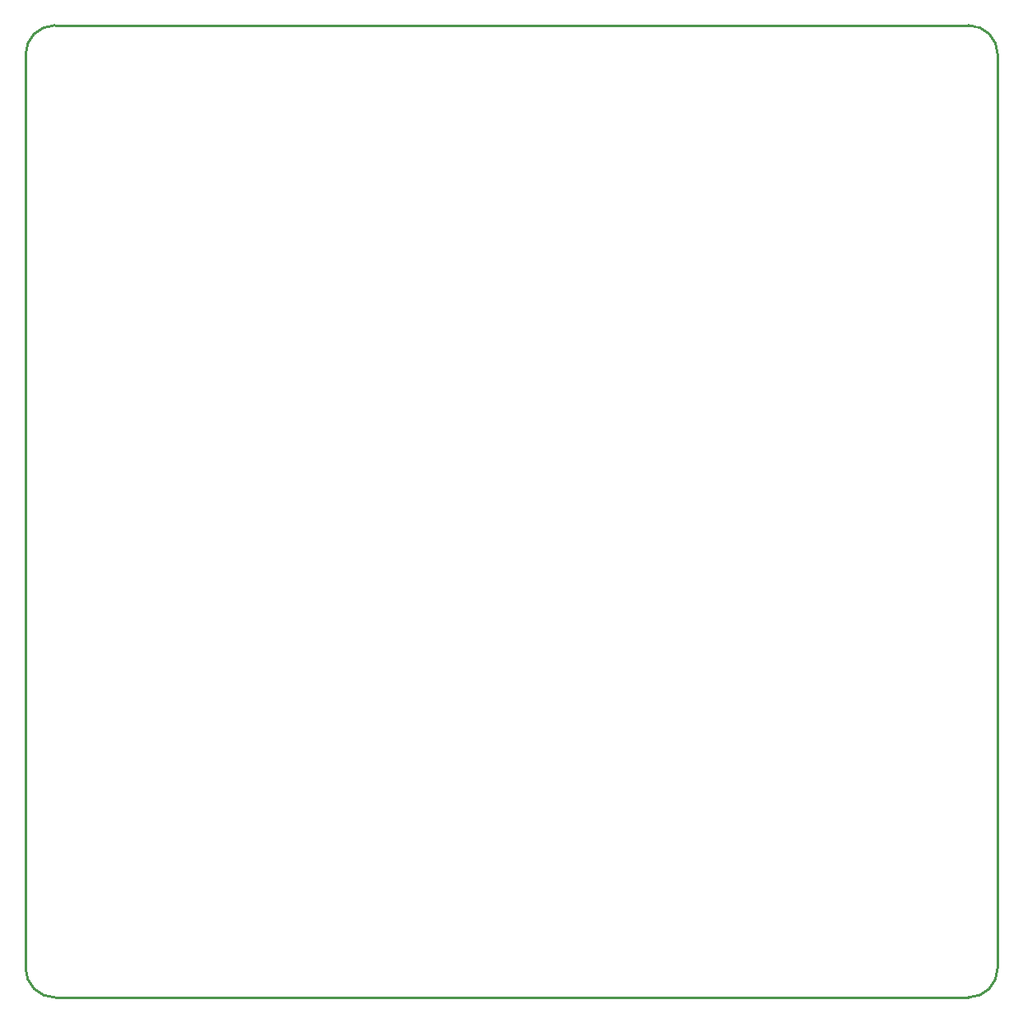
<source format=gko>
G04*
G04 #@! TF.GenerationSoftware,Altium Limited,Altium Designer,22.0.2 (36)*
G04*
G04 Layer_Color=16711935*
%FSLAX25Y25*%
%MOIN*%
G70*
G04*
G04 #@! TF.SameCoordinates,D467B77E-6E5F-44E5-9B52-D7AE6B4A5D67*
G04*
G04*
G04 #@! TF.FilePolarity,Positive*
G04*
G01*
G75*
%ADD10C,0.01000*%
D10*
X-11350Y381890D02*
G03*
X-23161Y370079I0J-11811D01*
G01*
Y-0D02*
G03*
X-11350Y-11811I11811J0D01*
G01*
X358728D02*
G03*
X370539Y0I-0J11811D01*
G01*
Y370079D02*
G03*
X358728Y381890I-11811J-0D01*
G01*
X-23161Y0D02*
Y370079D01*
X358728Y-11811D02*
X-11350D01*
X370539Y0D02*
Y370079D01*
X358728Y381890D02*
X-11350D01*
M02*

</source>
